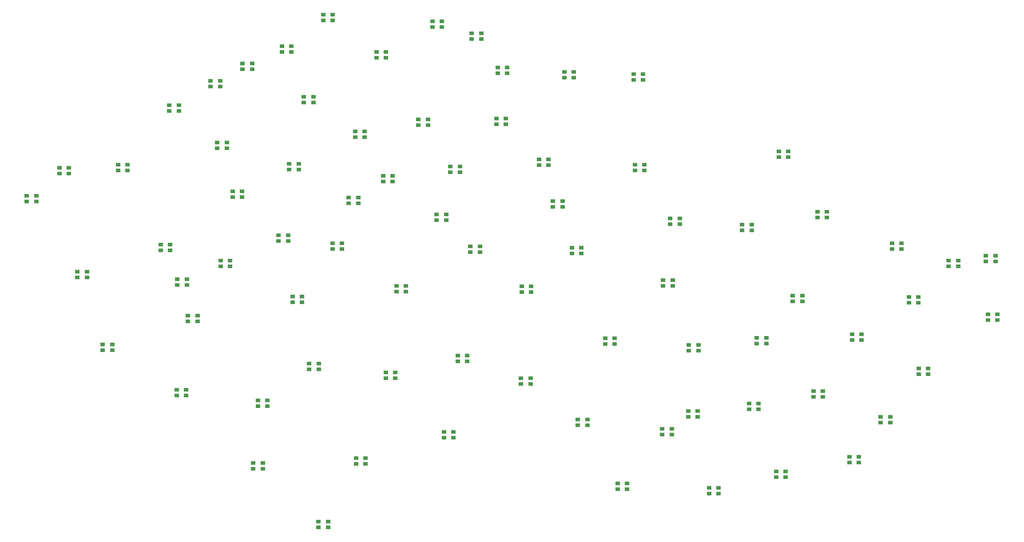
<source format=gtp>
G04 Layer: TopPasteMaskLayer*
G04 EasyEDA v6.5.22, 2023-01-08 22:04:36*
G04 50778058e726430f88483f2d530aa7e2,b1765b40525a4c9d95aa1863292b2e8c,10*
G04 Gerber Generator version 0.2*
G04 Scale: 100 percent, Rotated: No, Reflected: No *
G04 Dimensions in millimeters *
G04 leading zeros omitted , absolute positions ,4 integer and 5 decimal *
%FSLAX45Y45*%
%MOMM*%

%ADD10R,0.9000X0.7000*%

%LPD*%
D10*
G01*
X8531809Y6163690D03*
G01*
X8531809Y6053683D03*
G01*
X8714816Y6053683D03*
G01*
X8714816Y6163690D03*
G01*
X6283909Y7128890D03*
G01*
X6283909Y7018883D03*
G01*
X6466916Y7018883D03*
G01*
X6466916Y7128890D03*
G01*
X14107109Y5033390D03*
G01*
X14107109Y4923383D03*
G01*
X14290116Y4923383D03*
G01*
X14290116Y5033390D03*
G01*
X14493214Y2308148D03*
G01*
X14493214Y2198141D03*
G01*
X14676221Y2198141D03*
G01*
X14676221Y2308148D03*
G01*
X14094409Y3776090D03*
G01*
X14094409Y3666083D03*
G01*
X14277416Y3666083D03*
G01*
X14277416Y3776090D03*
G01*
X13599109Y3433190D03*
G01*
X13599109Y3323183D03*
G01*
X13782116Y3323183D03*
G01*
X13782116Y3433190D03*
G01*
X16558209Y7573390D03*
G01*
X16558209Y7463383D03*
G01*
X16741216Y7463383D03*
G01*
X16741216Y7573390D03*
G01*
X8150809Y10621390D03*
G01*
X8150809Y10511383D03*
G01*
X8333816Y10511383D03*
G01*
X8333816Y10621390D03*
G01*
X7762214Y2879648D03*
G01*
X7762214Y2769641D03*
G01*
X7945221Y2769641D03*
G01*
X7945221Y2879648D03*
G01*
X7045909Y1667890D03*
G01*
X7045909Y1557883D03*
G01*
X7228916Y1557883D03*
G01*
X7228916Y1667890D03*
G01*
X4201109Y9605390D03*
G01*
X4201109Y9495383D03*
G01*
X4384116Y9495383D03*
G01*
X4384116Y9605390D03*
G01*
X11877014Y6892848D03*
G01*
X11877014Y6782841D03*
G01*
X12060021Y6782841D03*
G01*
X12060021Y6892848D03*
G01*
X7134809Y11332590D03*
G01*
X7134809Y11222583D03*
G01*
X7317816Y11222583D03*
G01*
X7317816Y11332590D03*
G01*
X2931109Y5046090D03*
G01*
X2931109Y4936083D03*
G01*
X3114116Y4936083D03*
G01*
X3114116Y5046090D03*
G01*
X19809409Y5617590D03*
G01*
X19809409Y5507583D03*
G01*
X19992416Y5507583D03*
G01*
X19992416Y5617590D03*
G01*
X10919409Y6150990D03*
G01*
X10919409Y6040983D03*
G01*
X11102416Y6040983D03*
G01*
X11102416Y6150990D03*
G01*
X15770809Y2620390D03*
G01*
X15770809Y2510383D03*
G01*
X15953816Y2510383D03*
G01*
X15953816Y2620390D03*
G01*
X11249609Y8576690D03*
G01*
X11249609Y8466683D03*
G01*
X11432616Y8466683D03*
G01*
X11432616Y8576690D03*
G01*
X9966909Y10976990D03*
G01*
X9966909Y10866983D03*
G01*
X10149916Y10866983D03*
G01*
X10149916Y10976990D03*
G01*
X15821609Y8729090D03*
G01*
X15821609Y8619083D03*
G01*
X16004616Y8619083D03*
G01*
X16004616Y8729090D03*
G01*
X10436809Y9351390D03*
G01*
X10436809Y9241383D03*
G01*
X10619816Y9241383D03*
G01*
X10619816Y9351390D03*
G01*
X10906709Y4398390D03*
G01*
X10906709Y4288383D03*
G01*
X11089716Y4288383D03*
G01*
X11089716Y4398390D03*
G01*
X9438614Y3374948D03*
G01*
X9438614Y3264941D03*
G01*
X9621621Y3264941D03*
G01*
X9621621Y3374948D03*
G01*
X3223209Y8475090D03*
G01*
X3223209Y8365083D03*
G01*
X3406216Y8365083D03*
G01*
X3406216Y8475090D03*
G01*
X19771309Y6735190D03*
G01*
X19771309Y6625183D03*
G01*
X19954316Y6625183D03*
G01*
X19954316Y6735190D03*
G01*
X6487109Y8487790D03*
G01*
X6487109Y8377783D03*
G01*
X6670116Y8377783D03*
G01*
X6670116Y8487790D03*
G01*
X4340809Y4182490D03*
G01*
X4340809Y4072483D03*
G01*
X4523816Y4072483D03*
G01*
X4523816Y4182490D03*
G01*
X9298914Y7527848D03*
G01*
X9298914Y7417841D03*
G01*
X9481921Y7417841D03*
G01*
X9481921Y7527848D03*
G01*
X16482009Y4157090D03*
G01*
X16482009Y4047083D03*
G01*
X16665016Y4047083D03*
G01*
X16665016Y4157090D03*
G01*
X9941509Y6912990D03*
G01*
X9941509Y6802983D03*
G01*
X10124516Y6802983D03*
G01*
X10124516Y6912990D03*
G01*
X9217609Y11205590D03*
G01*
X9217609Y11095583D03*
G01*
X9400616Y11095583D03*
G01*
X9400616Y11205590D03*
G01*
X6766509Y9770490D03*
G01*
X6766509Y9660483D03*
G01*
X6949516Y9660483D03*
G01*
X6949516Y9770490D03*
G01*
X5115509Y8894190D03*
G01*
X5115509Y8784183D03*
G01*
X5298516Y8784183D03*
G01*
X5298516Y8894190D03*
G01*
X7744409Y9110090D03*
G01*
X7744409Y9000083D03*
G01*
X7927416Y9000083D03*
G01*
X7927416Y9110090D03*
G01*
X8950909Y9338690D03*
G01*
X8950909Y9228683D03*
G01*
X9133916Y9228683D03*
G01*
X9133916Y9338690D03*
G01*
X4988509Y10075290D03*
G01*
X4988509Y9965283D03*
G01*
X5171516Y9965283D03*
G01*
X5171516Y10075290D03*
G01*
X13053009Y10202290D03*
G01*
X13053009Y10092283D03*
G01*
X13236016Y10092283D03*
G01*
X13236016Y10202290D03*
G01*
X18303214Y5953048D03*
G01*
X18303214Y5843041D03*
G01*
X18486221Y5843041D03*
G01*
X18486221Y5953048D03*
G01*
X9560509Y8436990D03*
G01*
X9560509Y8326983D03*
G01*
X9743516Y8326983D03*
G01*
X9743516Y8436990D03*
G01*
X16088309Y5973190D03*
G01*
X16088309Y5863183D03*
G01*
X16271316Y5863183D03*
G01*
X16271316Y5973190D03*
G01*
X17980609Y6976490D03*
G01*
X17980609Y6866483D03*
G01*
X18163616Y6866483D03*
G01*
X18163616Y6976490D03*
G01*
X19060109Y6646290D03*
G01*
X19060109Y6536283D03*
G01*
X19243116Y6536283D03*
G01*
X19243116Y6646290D03*
G01*
X11516309Y7776590D03*
G01*
X11516309Y7666583D03*
G01*
X11699316Y7666583D03*
G01*
X11699316Y7776590D03*
G01*
X9700209Y4830190D03*
G01*
X9700209Y4720183D03*
G01*
X9883216Y4720183D03*
G01*
X9883216Y4830190D03*
G01*
X6868109Y4677790D03*
G01*
X6868109Y4567783D03*
G01*
X7051116Y4567783D03*
G01*
X7051116Y4677790D03*
G01*
X4556709Y5592190D03*
G01*
X4556709Y5482183D03*
G01*
X4739716Y5482183D03*
G01*
X4739716Y5592190D03*
G01*
X4353509Y6290690D03*
G01*
X4353509Y6180683D03*
G01*
X4536516Y6180683D03*
G01*
X4536516Y6290690D03*
G01*
X4036009Y6951090D03*
G01*
X4036009Y6841083D03*
G01*
X4219016Y6841083D03*
G01*
X4219016Y6951090D03*
G01*
X5801309Y2785490D03*
G01*
X5801309Y2675483D03*
G01*
X5984316Y2675483D03*
G01*
X5984316Y2785490D03*
G01*
X7622514Y7845348D03*
G01*
X7622514Y7735341D03*
G01*
X7805521Y7735341D03*
G01*
X7805521Y7845348D03*
G01*
X8277809Y8259190D03*
G01*
X8277809Y8149183D03*
G01*
X8460816Y8149183D03*
G01*
X8460816Y8259190D03*
G01*
X7312609Y6976490D03*
G01*
X7312609Y6866483D03*
G01*
X7495616Y6866483D03*
G01*
X7495616Y6976490D03*
G01*
X17218609Y5236590D03*
G01*
X17218609Y5126583D03*
G01*
X17401616Y5126583D03*
G01*
X17401616Y5236590D03*
G01*
X6550609Y5960490D03*
G01*
X6550609Y5850483D03*
G01*
X6733616Y5850483D03*
G01*
X6733616Y5960490D03*
G01*
X15402509Y5173090D03*
G01*
X15402509Y5063083D03*
G01*
X15585516Y5063083D03*
G01*
X15585516Y5173090D03*
G01*
X5407609Y7967090D03*
G01*
X5407609Y7857083D03*
G01*
X5590616Y7857083D03*
G01*
X5590616Y7967090D03*
G01*
X5179009Y6646290D03*
G01*
X5179009Y6536283D03*
G01*
X5362016Y6536283D03*
G01*
X5362016Y6646290D03*
G01*
X13078409Y8475090D03*
G01*
X13078409Y8365083D03*
G01*
X13261416Y8365083D03*
G01*
X13261416Y8475090D03*
G01*
X10462209Y10329290D03*
G01*
X10462209Y10219283D03*
G01*
X10645216Y10219283D03*
G01*
X10645216Y10329290D03*
G01*
X2105609Y8411590D03*
G01*
X2105609Y8301583D03*
G01*
X2288616Y8301583D03*
G01*
X2288616Y8411590D03*
G01*
X5890209Y3979290D03*
G01*
X5890209Y3869283D03*
G01*
X6073216Y3869283D03*
G01*
X6073216Y3979290D03*
G01*
X15123109Y7332090D03*
G01*
X15123109Y7222083D03*
G01*
X15306116Y7222083D03*
G01*
X15306116Y7332090D03*
G01*
X13616914Y6270548D03*
G01*
X13616914Y6160541D03*
G01*
X13799921Y6160541D03*
G01*
X13799921Y6270548D03*
G01*
X8328609Y4512690D03*
G01*
X8328609Y4402683D03*
G01*
X8511616Y4402683D03*
G01*
X8511616Y4512690D03*
G01*
X2448509Y6430390D03*
G01*
X2448509Y6320383D03*
G01*
X2631516Y6320383D03*
G01*
X2631516Y6430390D03*
G01*
X5598109Y10405490D03*
G01*
X5598109Y10295483D03*
G01*
X5781116Y10295483D03*
G01*
X5781116Y10405490D03*
G01*
X11991289Y3616248D03*
G01*
X11991289Y3506241D03*
G01*
X12174296Y3506241D03*
G01*
X12174296Y3616248D03*
G01*
X11732209Y10240390D03*
G01*
X11732209Y10130383D03*
G01*
X11915216Y10130383D03*
G01*
X11915216Y10240390D03*
G01*
X17167809Y2899790D03*
G01*
X17167809Y2789783D03*
G01*
X17350816Y2789783D03*
G01*
X17350816Y2899790D03*
G01*
X6347409Y10735690D03*
G01*
X6347409Y10625683D03*
G01*
X6530416Y10625683D03*
G01*
X6530416Y10735690D03*
G01*
X13751509Y7446390D03*
G01*
X13751509Y7336383D03*
G01*
X13934516Y7336383D03*
G01*
X13934516Y7446390D03*
G01*
X18488609Y4588890D03*
G01*
X18488609Y4478883D03*
G01*
X18671616Y4478883D03*
G01*
X18671616Y4588890D03*
G01*
X15255214Y3921048D03*
G01*
X15255214Y3811041D03*
G01*
X15438221Y3811041D03*
G01*
X15438221Y3921048D03*
G01*
X12512014Y5165648D03*
G01*
X12512014Y5055641D03*
G01*
X12695021Y5055641D03*
G01*
X12695021Y5165648D03*
G01*
X17764709Y3661790D03*
G01*
X17764709Y3551783D03*
G01*
X17947716Y3551783D03*
G01*
X17947716Y3661790D03*
G01*
X12748209Y2391790D03*
G01*
X12748209Y2281783D03*
G01*
X12931216Y2281783D03*
G01*
X12931216Y2391790D03*
G01*
X1483309Y7878190D03*
G01*
X1483309Y7768183D03*
G01*
X1666316Y7768183D03*
G01*
X1666316Y7878190D03*
M02*

</source>
